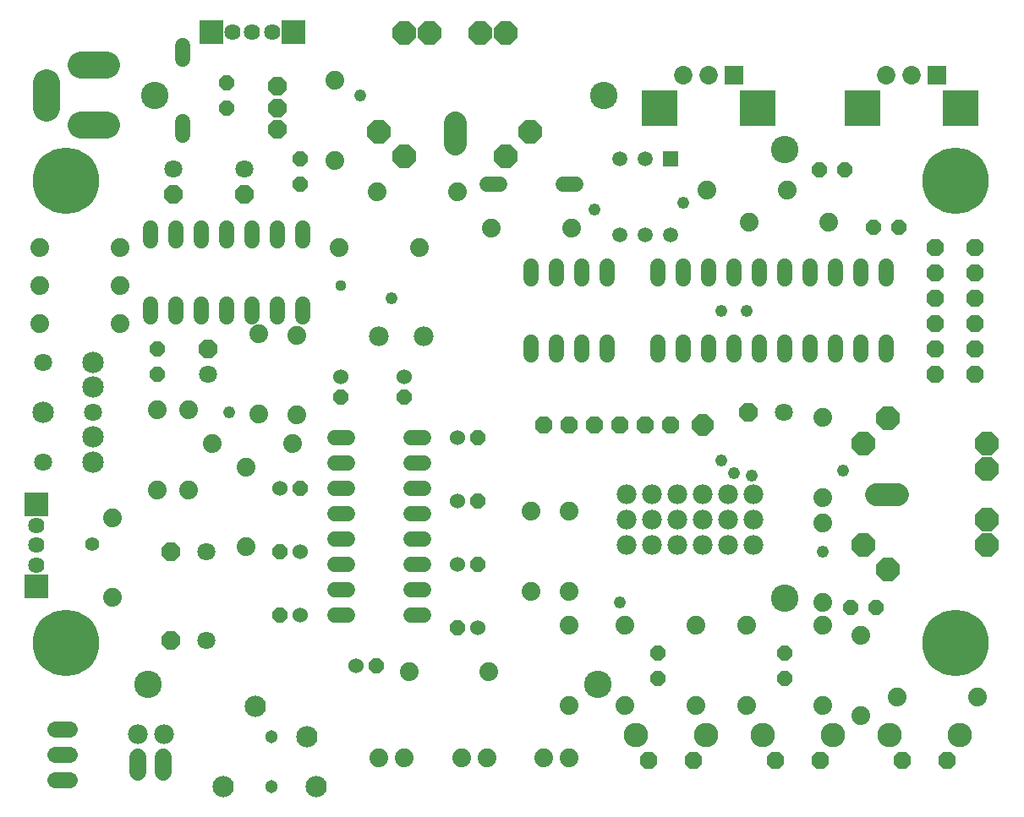
<source format=gbr>
G04 EAGLE Gerber X2 export*
%TF.Part,Single*%
%TF.FileFunction,Soldermask,Bot,1*%
%TF.FilePolarity,Negative*%
%TF.GenerationSoftware,Autodesk,EAGLE,8.7.0*%
%TF.CreationDate,2018-03-11T21:08:06Z*%
G75*
%MOMM*%
%FSLAX34Y34*%
%LPD*%
%AMOC8*
5,1,8,0,0,1.08239X$1,22.5*%
G01*
%ADD10C,1.524000*%
%ADD11C,1.879600*%
%ADD12P,1.649562X8X112.500000*%
%ADD13P,1.649562X8X292.500000*%
%ADD14P,1.649562X8X202.500000*%
%ADD15P,1.869504X8X22.500000*%
%ADD16R,1.511200X1.511200*%
%ADD17C,1.511200*%
%ADD18C,2.303200*%
%ADD19P,2.584314X8X202.500000*%
%ADD20P,2.034460X8X292.500000*%
%ADD21C,2.451100*%
%ADD22P,1.649562X8X22.500000*%
%ADD23C,2.133600*%
%ADD24C,1.303200*%
%ADD25C,1.981200*%
%ADD26C,1.625600*%
%ADD27R,2.453200X2.453200*%
%ADD28R,1.853200X1.853200*%
%ADD29C,1.853200*%
%ADD30R,3.603200X3.603200*%
%ADD31C,2.743200*%
%ADD32P,1.951982X8X292.500000*%
%ADD33C,1.803400*%
%ADD34P,2.584314X8X112.500000*%
%ADD35C,1.524000*%
%ADD36P,1.951982X8X202.500000*%
%ADD37C,6.654800*%
%ADD38C,2.153200*%
%ADD39C,1.803200*%
%ADD40P,1.951982X8X112.500000*%
%ADD41C,1.625600*%
%ADD42P,1.869504X8X292.500000*%
%ADD43P,2.309387X8X22.500000*%
%ADD44C,2.743200*%
%ADD45C,1.727200*%
%ADD46C,1.117600*%
%ADD47C,1.219200*%
%ADD48C,1.409600*%


D10*
X876300Y540004D02*
X876300Y526796D01*
X850900Y526796D02*
X850900Y540004D01*
X774700Y540004D02*
X774700Y526796D01*
X749300Y526796D02*
X749300Y540004D01*
X825500Y540004D02*
X825500Y526796D01*
X800100Y526796D02*
X800100Y540004D01*
X723900Y540004D02*
X723900Y526796D01*
X698500Y526796D02*
X698500Y540004D01*
X673100Y540004D02*
X673100Y526796D01*
X647700Y526796D02*
X647700Y540004D01*
X647700Y463804D02*
X647700Y450596D01*
X673100Y450596D02*
X673100Y463804D01*
X698500Y463804D02*
X698500Y450596D01*
X723900Y450596D02*
X723900Y463804D01*
X749300Y463804D02*
X749300Y450596D01*
X774700Y450596D02*
X774700Y463804D01*
X800100Y463804D02*
X800100Y450596D01*
X825500Y450596D02*
X825500Y463804D01*
X850900Y463804D02*
X850900Y450596D01*
X876300Y450596D02*
X876300Y463804D01*
D11*
X818510Y584200D03*
X738510Y584200D03*
D12*
X289560Y622300D03*
X289560Y647700D03*
D13*
X215900Y723900D03*
X215900Y698500D03*
D14*
X889000Y579120D03*
X863600Y579120D03*
D15*
X925000Y558850D03*
X925000Y533450D03*
X925000Y508050D03*
X925000Y482650D03*
X925000Y457250D03*
X925000Y431850D03*
D16*
X660400Y647700D03*
D17*
X635000Y647700D03*
X609600Y647700D03*
X609600Y571500D03*
X635000Y571500D03*
X660400Y571500D03*
D11*
X560700Y577850D03*
X480700Y577850D03*
D10*
X475996Y622300D02*
X489204Y622300D01*
X552196Y622300D02*
X565404Y622300D01*
D11*
X366400Y614680D03*
X446400Y614680D03*
D18*
X444500Y662800D02*
X444500Y683800D01*
D19*
X368300Y674300D03*
X519700Y674300D03*
X393700Y649900D03*
X495300Y649900D03*
X419100Y773900D03*
X469900Y773900D03*
X495300Y773900D03*
X393700Y773900D03*
D20*
X266700Y720090D03*
X266700Y698500D03*
X266700Y676910D03*
D11*
X323850Y645800D03*
X323850Y725800D03*
X558800Y46990D03*
X533400Y46990D03*
X476250Y46990D03*
X450850Y46990D03*
X393700Y46990D03*
X368300Y46990D03*
X558800Y99700D03*
X558800Y179700D03*
X558800Y214000D03*
X558800Y294000D03*
X520700Y214000D03*
X520700Y294000D03*
D15*
X637794Y44704D03*
X683006Y44704D03*
D21*
X625348Y69596D03*
X695452Y69596D03*
D15*
X764794Y44704D03*
X810006Y44704D03*
D21*
X752348Y69596D03*
X822452Y69596D03*
D15*
X891794Y44704D03*
X937006Y44704D03*
D21*
X879348Y69596D03*
X949452Y69596D03*
D11*
X614680Y99700D03*
X614680Y179700D03*
X736600Y99700D03*
X736600Y179700D03*
X850900Y89540D03*
X850900Y169540D03*
X685800Y179700D03*
X685800Y99700D03*
X812800Y179700D03*
X812800Y99700D03*
X887100Y107950D03*
X967100Y107950D03*
X696600Y615950D03*
X776600Y615950D03*
D22*
X808990Y636270D03*
X834390Y636270D03*
D10*
X139700Y501904D02*
X139700Y488696D01*
X165100Y488696D02*
X165100Y501904D01*
X292100Y501904D02*
X292100Y488696D01*
X292100Y564896D02*
X292100Y578104D01*
X190500Y501904D02*
X190500Y488696D01*
X215900Y488696D02*
X215900Y501904D01*
X266700Y501904D02*
X266700Y488696D01*
X241300Y488696D02*
X241300Y501904D01*
X266700Y564896D02*
X266700Y578104D01*
X241300Y578104D02*
X241300Y564896D01*
X215900Y564896D02*
X215900Y578104D01*
X190500Y578104D02*
X190500Y564896D01*
X165100Y564896D02*
X165100Y578104D01*
X139700Y578104D02*
X139700Y564896D01*
D11*
X177800Y395600D03*
X177800Y315600D03*
X28580Y482600D03*
X108580Y482600D03*
X108580Y520700D03*
X28580Y520700D03*
X108580Y558800D03*
X28580Y558800D03*
D13*
X146050Y457200D03*
X146050Y431800D03*
D11*
X281300Y361950D03*
X201300Y361950D03*
D10*
X596900Y526796D02*
X596900Y540004D01*
X571500Y540004D02*
X571500Y526796D01*
X520700Y463804D02*
X520700Y450596D01*
X546100Y450596D02*
X546100Y463804D01*
X546100Y526796D02*
X546100Y540004D01*
X520700Y540004D02*
X520700Y526796D01*
X571500Y463804D02*
X571500Y450596D01*
X596900Y450596D02*
X596900Y463804D01*
D23*
X212350Y18000D03*
X305350Y18000D03*
X296350Y68000D03*
X244350Y99000D03*
D24*
X260350Y18000D03*
X260350Y68000D03*
D25*
X152700Y70800D03*
X126700Y70800D03*
D12*
X647700Y127000D03*
X647700Y152400D03*
X774700Y127000D03*
X774700Y152400D03*
D22*
X840740Y198120D03*
X866140Y198120D03*
D26*
X241300Y774700D03*
D27*
X200300Y774700D03*
X282300Y774700D03*
D26*
X261300Y774700D03*
X221300Y774700D03*
X25400Y260350D03*
D27*
X25400Y219350D03*
X25400Y301350D03*
D26*
X25400Y280350D03*
X25400Y240350D03*
D28*
X723900Y731500D03*
D29*
X673100Y731500D03*
X698500Y731500D03*
D30*
X747500Y698500D03*
X649500Y698500D03*
D28*
X927100Y731500D03*
D29*
X876300Y731500D03*
X901700Y731500D03*
D30*
X950700Y698500D03*
X852700Y698500D03*
D31*
X95250Y681200D02*
X69850Y681200D01*
X69850Y741200D02*
X95250Y741200D01*
X35550Y723900D02*
X35550Y698500D01*
D32*
X162560Y612140D03*
D33*
X162560Y637540D03*
D32*
X233680Y612140D03*
D33*
X233680Y637540D03*
D18*
X866000Y311150D02*
X887000Y311150D01*
D34*
X877500Y387350D03*
X877500Y235950D03*
X853100Y361950D03*
X853100Y260350D03*
X977100Y336550D03*
X977100Y285750D03*
X977100Y260350D03*
X977100Y361950D03*
D11*
X812800Y202570D03*
X812800Y282570D03*
X812800Y307980D03*
X812800Y387980D03*
D10*
X413004Y190500D02*
X399796Y190500D01*
X399796Y215900D02*
X413004Y215900D01*
X413004Y342900D02*
X399796Y342900D01*
X399796Y368300D02*
X413004Y368300D01*
X413004Y241300D02*
X399796Y241300D01*
X399796Y266700D02*
X413004Y266700D01*
X413004Y317500D02*
X399796Y317500D01*
X399796Y292100D02*
X413004Y292100D01*
X336804Y368300D02*
X323596Y368300D01*
X323596Y342900D02*
X336804Y342900D01*
X336804Y317500D02*
X323596Y317500D01*
X323596Y292100D02*
X336804Y292100D01*
X336804Y266700D02*
X323596Y266700D01*
X323596Y241300D02*
X336804Y241300D01*
X336804Y215900D02*
X323596Y215900D01*
X323596Y190500D02*
X336804Y190500D01*
D22*
X289560Y317500D03*
D35*
X269240Y317500D03*
D22*
X467360Y304800D03*
D35*
X447040Y304800D03*
D22*
X467360Y368300D03*
D35*
X447040Y368300D03*
D13*
X330200Y408940D03*
D35*
X330200Y429260D03*
D13*
X393700Y408940D03*
D35*
X393700Y429260D03*
D22*
X365760Y139700D03*
D35*
X345440Y139700D03*
D14*
X269240Y254000D03*
D35*
X289560Y254000D03*
D22*
X467360Y241300D03*
D35*
X447040Y241300D03*
D14*
X269240Y190500D03*
D35*
X289560Y190500D03*
D14*
X447040Y177800D03*
D35*
X467360Y177800D03*
D36*
X160020Y254000D03*
D33*
X195580Y254000D03*
D36*
X160020Y165100D03*
D33*
X195580Y165100D03*
D37*
X945400Y161900D03*
X54600Y161900D03*
X945400Y625400D03*
X54600Y625400D03*
D38*
X31750Y393700D03*
X81750Y418700D03*
X81750Y368700D03*
X81750Y343700D03*
X81750Y443700D03*
D39*
X31750Y443700D03*
X31750Y343700D03*
X81750Y393700D03*
D40*
X196850Y457200D03*
D33*
X196850Y431800D03*
D11*
X328300Y558800D03*
X408300Y558800D03*
D41*
X57912Y25400D02*
X43688Y25400D01*
X43688Y50800D02*
X57912Y50800D01*
X57912Y76200D02*
X43688Y76200D01*
D11*
X285750Y470530D03*
X285750Y390530D03*
X146050Y315600D03*
X146050Y395600D03*
X101600Y207650D03*
X101600Y287650D03*
D10*
X171450Y747296D02*
X171450Y760504D01*
X171450Y684304D02*
X171450Y671096D01*
D42*
X660400Y381000D03*
X635000Y381000D03*
X609600Y381000D03*
X584200Y381000D03*
X558800Y381000D03*
X533400Y381000D03*
D43*
X692150Y381000D03*
D11*
X234950Y338450D03*
X234950Y258450D03*
X398150Y133350D03*
X478150Y133350D03*
X247650Y391800D03*
X247650Y471800D03*
D44*
X593300Y711200D03*
X143300Y711200D03*
X774700Y206800D03*
X774700Y656800D03*
X136950Y120650D03*
X586950Y120650D03*
D36*
X737870Y393700D03*
D33*
X773430Y393700D03*
D15*
X965000Y558850D03*
X965000Y533450D03*
X965000Y508050D03*
X965000Y482650D03*
X965000Y457250D03*
X965000Y431850D03*
D45*
X127000Y48260D02*
X127000Y33020D01*
X152400Y33020D02*
X152400Y48260D01*
D46*
X330200Y520700D03*
D25*
X615950Y311150D03*
X615950Y285750D03*
X615950Y260350D03*
X742950Y311150D03*
X742950Y285750D03*
X742950Y260350D03*
D47*
X711200Y495300D03*
X711200Y345440D03*
X736600Y495300D03*
X723900Y332740D03*
X609600Y203200D03*
X833120Y335280D03*
X812800Y254000D03*
X381000Y508000D03*
X218440Y393700D03*
X584200Y596900D03*
X673100Y603250D03*
X741680Y330200D03*
X349250Y711200D03*
D25*
X368300Y469900D03*
X412750Y469900D03*
D48*
X81280Y261620D03*
D25*
X641350Y285750D03*
X666750Y285750D03*
X692150Y285750D03*
X717550Y285750D03*
X717550Y260350D03*
X692150Y260350D03*
X666750Y260350D03*
X641350Y260350D03*
X641350Y311150D03*
X666750Y311150D03*
X692150Y311150D03*
X717550Y311150D03*
M02*

</source>
